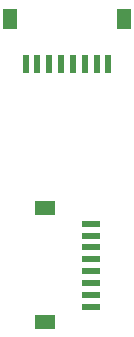
<source format=gbp>
G04 #@! TF.GenerationSoftware,KiCad,Pcbnew,(5.0.0)*
G04 #@! TF.CreationDate,2018-11-07T01:02:59+09:00*
G04 #@! TF.ProjectId,handheld_machine,68616E6468656C645F6D616368696E65,rev?*
G04 #@! TF.SameCoordinates,Original*
G04 #@! TF.FileFunction,Paste,Bot*
G04 #@! TF.FilePolarity,Positive*
%FSLAX46Y46*%
G04 Gerber Fmt 4.6, Leading zero omitted, Abs format (unit mm)*
G04 Created by KiCad (PCBNEW (5.0.0)) date 11/07/18 01:02:59*
%MOMM*%
%LPD*%
G01*
G04 APERTURE LIST*
%ADD10R,1.550000X0.600000*%
%ADD11R,1.800000X1.200000*%
%ADD12R,1.200000X1.800000*%
%ADD13R,0.600000X1.550000*%
G04 APERTURE END LIST*
D10*
G04 #@! TO.C,J1*
X140000000Y-115500000D03*
X140000000Y-114500000D03*
X140000000Y-113500000D03*
X140000000Y-112500000D03*
X140000000Y-111500000D03*
X140000000Y-110500000D03*
X140000000Y-109500000D03*
X140000000Y-108500000D03*
D11*
X136125000Y-116800000D03*
X136125000Y-107200000D03*
G04 #@! TD*
D12*
G04 #@! TO.C,J2*
X142800000Y-91125000D03*
X133200000Y-91125000D03*
D13*
X141500000Y-95000000D03*
X140500000Y-95000000D03*
X139500000Y-95000000D03*
X138500000Y-95000000D03*
X137500000Y-95000000D03*
X136500000Y-95000000D03*
X135500000Y-95000000D03*
X134500000Y-95000000D03*
G04 #@! TD*
M02*

</source>
